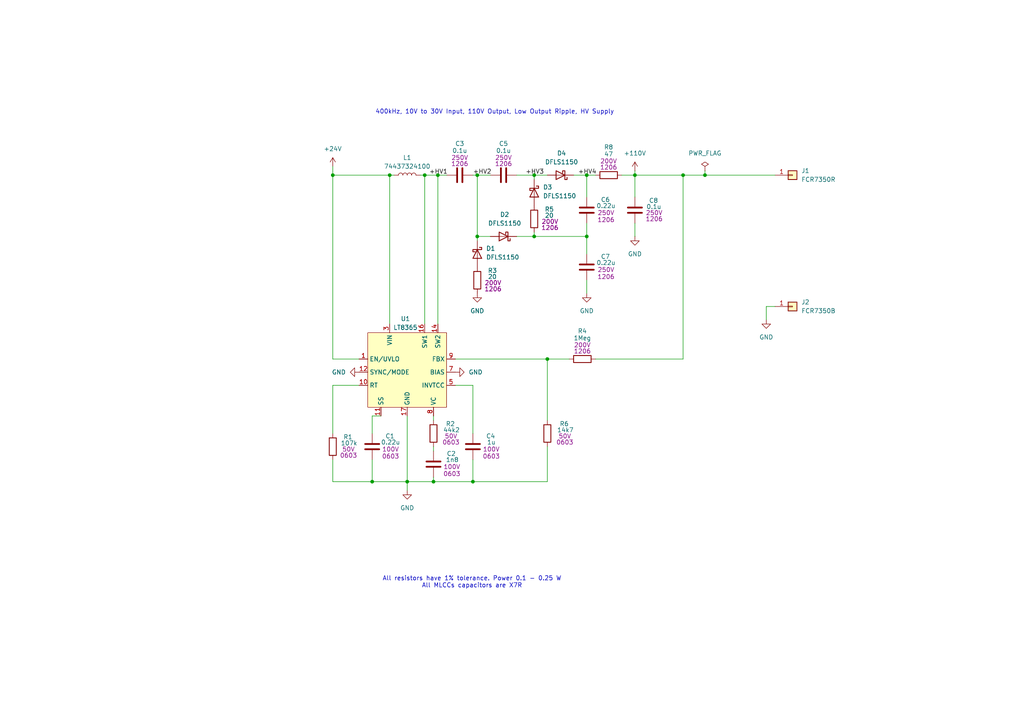
<source format=kicad_sch>
(kicad_sch (version 20231120) (generator "eeschema") (generator_version "8.0")
  (paper "A4")
  (lib_symbols
    (symbol "BOOST_LT8365:+110V" (power) (pin_numbers hide) (pin_names (offset 0) hide)
      (property "Value" "+110V" (at 0 3.556 0))
      (symbol "+110V_0_1"
        (polyline (pts (xy -0.762 1.27) (xy 0 2.54)))
        (polyline (pts (xy 0 0) (xy 0 2.54)))
        (polyline (pts (xy 0 2.54) (xy 0.762 1.27)))
      )
      (symbol "+110V_1_1"
        (pin power_in line (at 0 0 90) (length 0) (name "~") (number "1"))
      )
    )
    (symbol "BOOST_LT8365:LT8365"
      (property "Reference" "U" (at 0 12.446 0))
      (property "Value" "LT8365" (at 1.27 0 0))
      (symbol "LT8365_0_0"
        (pin passive line (at -13.97 -3.81 0) (length 2.54) (name "RT") (number "10"))
        (pin input line (at -7.62 -12.7 90) (length 2.54) (name "SS") (number "11"))
        (pin passive line (at 8.89 13.97 270) (length 2.54) (name "SW2") (number "14"))
        (pin passive line (at 5.08 13.97 270) (length 2.54) (name "SW1") (number "16"))
        (pin passive line (at 13.97 -3.81 180) (length 2.54) (name "INVTCC") (number "5"))
        (pin passive line (at 13.97 0 180) (length 2.54) (name "BIAS") (number "7"))
        (pin output line (at 7.62 -12.7 90) (length 2.54) (name "VC") (number "8"))
        (pin input line (at 13.97 3.81 180) (length 2.54) (name "FBX") (number "9"))
      )
      (symbol "LT8365_1_0"
        (pin passive line (at -13.97 3.81 0) (length 2.54) (name "EN/UVLO") (number "1"))
        (pin passive line (at -13.97 0 0) (length 2.54) (name "SYNC/MODE") (number "12"))
        (pin passive line (at 0 -12.7 90) (length 2.54) (name "GND") (number "17"))
        (pin passive line (at -5.08 13.97 270) (length 2.54) (name "VIN") (number "3"))
        (pin no_connect line (at 0 11.43 270) (length 2.54) hide (name "NC") (number "6"))
      )
      (symbol "LT8365_1_1"
        (rectangle (start -11.43 11.43) (end 11.43 -10.16) (fill (type background)))
      )
    )
    (symbol "Connector_Generic:Conn_01x01" (pin_names (offset 1.016) hide)
      (property "Reference" "J" (at 0 2.54 0))
      (property "Value" "Conn_01x01" (at 0 -2.54 0))
      (symbol "Conn_01x01_1_1"
        (rectangle (start -1.27 0.127) (end 0 -0.127) (stroke (width 0.1524)))
        (rectangle (start -1.27 1.27) (end 1.27 -1.27) (stroke (width 0.254)) (fill (type background)))
        (pin passive line (at -5.08 0 0) (length 3.81) (name "Pin_1") (number "1"))
      )
    )
    (symbol "Device:C" (pin_numbers hide) (pin_names (offset 0.254))
      (property "Reference" "C" (at 0.635 2.54 0))
      (property "Value" "C" (at 0.635 -2.54 0))
      (symbol "C_0_1"
        (polyline (pts (xy -2.032 -0.762) (xy 2.032 -0.762)) (stroke (width 0.508)))
        (polyline (pts (xy -2.032 0.762) (xy 2.032 0.762)) (stroke (width 0.508)))
      )
      (symbol "C_1_1"
        (pin passive line (at 0 3.81 270) (length 2.794) (name "~") (number "1"))
        (pin passive line (at 0 -3.81 90) (length 2.794) (name "~") (number "2"))
      )
    )
    (symbol "Device:D_Schottky" (pin_numbers hide) (pin_names (offset 1.016) hide)
      (property "Reference" "D" (at 0 2.54 0))
      (property "Value" "D_Schottky" (at 0 -2.54 0))
      (symbol "D_Schottky_0_1"
        (polyline (pts (xy 1.27 0) (xy -1.27 0)))
        (polyline (pts (xy 1.27 1.27) (xy 1.27 -1.27) (xy -1.27 0) (xy 1.27 1.27)) (stroke (width 0.254)))
        (polyline (pts (xy -1.905 0.635) (xy -1.905 1.27) (xy -1.27 1.27) (xy -1.27 -1.27) (xy -0.635 -1.27) (xy -0.635 -0.635)) (stroke (width 0.254)))
      )
      (symbol "D_Schottky_1_1"
        (pin passive line (at -3.81 0 0) (length 2.54) (name "K") (number "1"))
        (pin passive line (at 3.81 0 180) (length 2.54) (name "A") (number "2"))
      )
    )
    (symbol "Device:L" (pin_numbers hide) (pin_names (offset 1.016) hide)
      (property "Reference" "L" (at -1.27 0 90))
      (property "Value" "L" (at 1.905 0 90))
      (symbol "L_0_1"
        (arc (start 0 -2.54) (mid 0.6323 -1.905) (end 0 -1.27))
        (arc (start 0 -1.27) (mid 0.6323 -0.635) (end 0 0))
        (arc (start 0 0) (mid 0.6323 0.635) (end 0 1.27))
        (arc (start 0 1.27) (mid 0.6323 1.905) (end 0 2.54))
      )
      (symbol "L_1_1"
        (pin passive line (at 0 3.81 270) (length 1.27) (name "1") (number "1"))
        (pin passive line (at 0 -3.81 90) (length 1.27) (name "2") (number "2"))
      )
    )
    (symbol "Device:R" (pin_numbers hide) (pin_names (offset 0))
      (property "Reference" "R" (at 2.032 0 90))
      (property "Value" "R" (at 0 0 90))
      (symbol "R_0_1"
        (rectangle (start -1.016 -2.54) (end 1.016 2.54) (stroke (width 0.254)))
      )
      (symbol "R_1_1"
        (pin passive line (at 0 3.81 270) (length 1.27) (name "~") (number "1"))
        (pin passive line (at 0 -3.81 90) (length 1.27) (name "~") (number "2"))
      )
    )
    (symbol "power:+24V" (power) (pin_numbers hide) (pin_names (offset 0) hide)
      (property "Value" "+24V" (at 0 3.556 0))
      (symbol "+24V_0_1"
        (polyline (pts (xy -0.762 1.27) (xy 0 2.54)))
        (polyline (pts (xy 0 0) (xy 0 2.54)))
        (polyline (pts (xy 0 2.54) (xy 0.762 1.27)))
      )
      (symbol "+24V_1_1"
        (pin power_in line (at 0 0 90) (length 0) (name "~") (number "1"))
      )
    )
    (symbol "power:GND" (power) (pin_numbers hide) (pin_names (offset 0) hide)
      (property "Value" "GND" (at 0 -3.81 0))
      (symbol "GND_0_1"
        (polyline (pts (xy 0 0) (xy 0 -1.27) (xy 1.27 -1.27) (xy 0 -2.54) (xy -1.27 -1.27) (xy 0 -1.27)))
      )
      (symbol "GND_1_1"
        (pin power_in line (at 0 0 270) (length 0) (name "~") (number "1"))
      )
    )
    (symbol "power:PWR_FLAG" (power) (pin_numbers hide) (pin_names (offset 0) hide)
      (property "Value" "PWR_FLAG" (at 0 3.81 0))
      (symbol "PWR_FLAG_0_0"
        (pin power_out line (at 0 0 90) (length 0) (name "~") (number "1"))
      )
      (symbol "PWR_FLAG_0_1"
        (polyline (pts (xy 0 0) (xy 0 1.27) (xy -1.016 1.905) (xy 0 2.54) (xy 1.016 1.905) (xy 0 1.27)))
      )
    )
  )
  (junction (at 170.18 50.8))
  (junction (at 138.43 50.8))
  (junction (at 127 50.8))
  (junction (at 137.16 139.7))
  (junction (at 107.95 139.7))
  (junction (at 154.94 50.8))
  (junction (at 123.19 50.8))
  (junction (at 113.03 50.8))
  (junction (at 96.52 50.8))
  (junction (at 118.11 139.7))
  (junction (at 198.12 50.8))
  (junction (at 204.47 50.8))
  (junction (at 170.18 68.58))
  (junction (at 125.73 139.7))
  (junction (at 138.43 68.58))
  (junction (at 184.15 50.8))
  (junction (at 158.75 104.14))
  (junction (at 154.94 68.58))
  (wire (pts (xy 154.94 68.58) (xy 149.86 68.58)))
  (wire (pts (xy 118.11 139.7) (xy 118.11 142.24)))
  (wire (pts (xy 132.08 104.14) (xy 158.75 104.14)))
  (wire (pts (xy 107.95 139.7) (xy 107.95 133.35)))
  (wire (pts (xy 125.73 129.54) (xy 125.73 130.81)))
  (wire (pts (xy 96.52 111.76) (xy 104.14 111.76)))
  (wire (pts (xy 198.12 104.14) (xy 198.12 50.8)))
  (wire (pts (xy 137.16 125.73) (xy 137.16 111.76)))
  (wire (pts (xy 170.18 68.58) (xy 170.18 73.66)))
  (wire (pts (xy 123.19 50.8) (xy 127 50.8)))
  (wire (pts (xy 107.95 125.73) (xy 107.95 120.65)))
  (wire (pts (xy 125.73 121.92) (xy 125.73 120.65)))
  (wire (pts (xy 96.52 50.8) (xy 113.03 50.8)))
  (wire (pts (xy 204.47 49.53) (xy 204.47 50.8)))
  (wire (pts (xy 184.15 50.8) (xy 180.34 50.8)))
  (wire (pts (xy 149.86 50.8) (xy 154.94 50.8)))
  (wire (pts (xy 222.25 92.71) (xy 222.25 88.9)))
  (wire (pts (xy 172.72 104.14) (xy 198.12 104.14)))
  (wire (pts (xy 118.11 120.65) (xy 118.11 139.7)))
  (wire (pts (xy 113.03 50.8) (xy 113.03 93.98)))
  (wire (pts (xy 170.18 68.58) (xy 170.18 64.77)))
  (wire (pts (xy 170.18 50.8) (xy 166.37 50.8)))
  (wire (pts (xy 142.24 68.58) (xy 138.43 68.58)))
  (wire (pts (xy 138.43 50.8) (xy 137.16 50.8)))
  (wire (pts (xy 127 93.98) (xy 127 50.8)))
  (wire (pts (xy 121.92 50.8) (xy 123.19 50.8)))
  (wire (pts (xy 158.75 104.14) (xy 165.1 104.14)))
  (wire (pts (xy 123.19 50.8) (xy 123.19 93.98)))
  (wire (pts (xy 138.43 50.8) (xy 142.24 50.8)))
  (wire (pts (xy 184.15 50.8) (xy 198.12 50.8)))
  (wire (pts (xy 118.11 139.7) (xy 125.73 139.7)))
  (wire (pts (xy 222.25 88.9) (xy 224.79 88.9)))
  (wire (pts (xy 96.52 139.7) (xy 107.95 139.7)))
  (wire (pts (xy 198.12 50.8) (xy 204.47 50.8)))
  (wire (pts (xy 204.47 50.8) (xy 224.79 50.8)))
  (wire (pts (xy 138.43 68.58) (xy 138.43 69.85)))
  (wire (pts (xy 154.94 68.58) (xy 170.18 68.58)))
  (wire (pts (xy 154.94 50.8) (xy 158.75 50.8)))
  (wire (pts (xy 137.16 139.7) (xy 137.16 133.35)))
  (wire (pts (xy 154.94 50.8) (xy 154.94 52.07)))
  (wire (pts (xy 96.52 104.14) (xy 96.52 50.8)))
  (wire (pts (xy 137.16 139.7) (xy 158.75 139.7)))
  (wire (pts (xy 170.18 57.15) (xy 170.18 50.8)))
  (wire (pts (xy 125.73 138.43) (xy 125.73 139.7)))
  (wire (pts (xy 96.52 133.35) (xy 96.52 139.7)))
  (wire (pts (xy 170.18 81.28) (xy 170.18 85.09)))
  (wire (pts (xy 127 50.8) (xy 129.54 50.8)))
  (wire (pts (xy 104.14 104.14) (xy 96.52 104.14)))
  (wire (pts (xy 158.75 129.54) (xy 158.75 139.7)))
  (wire (pts (xy 137.16 111.76) (xy 132.08 111.76)))
  (wire (pts (xy 170.18 50.8) (xy 172.72 50.8)))
  (wire (pts (xy 154.94 67.31) (xy 154.94 68.58)))
  (wire (pts (xy 138.43 68.58) (xy 138.43 50.8)))
  (wire (pts (xy 118.11 139.7) (xy 107.95 139.7)))
  (wire (pts (xy 158.75 104.14) (xy 158.75 121.92)))
  (wire (pts (xy 184.15 49.53) (xy 184.15 50.8)))
  (wire (pts (xy 107.95 120.65) (xy 110.49 120.65)))
  (wire (pts (xy 125.73 139.7) (xy 137.16 139.7)))
  (wire (pts (xy 96.52 48.26) (xy 96.52 50.8)))
  (wire (pts (xy 184.15 57.15) (xy 184.15 50.8)))
  (wire (pts (xy 96.52 125.73) (xy 96.52 111.76)))
  (wire (pts (xy 114.3 50.8) (xy 113.03 50.8)))
  (wire (pts (xy 184.15 64.77) (xy 184.15 68.58)))
  (text "All resistors have 1% tolerance. Power 0.1 - 0.25 W\nAll MLCCs capacitors are X7R" (at 136.906 168.91 0) (effects (font (size 1.27 1.27))))
  (text "400kHz, 10V to 30V Input, 110V Output, Low Output Ripple, HV Supply" (at 143.51 32.512 0) (effects (font (size 1.27 1.27))))
  (label "+HV3" (at 152.4 50.8 0))
  (label "+HV1" (at 124.46 50.8 0))
  (label "+HV4" (at 167.64 50.8 0))
  (label "+HV2" (at 137.16 50.8 0))
  (symbol (lib_id "power:GND") (at 118.11 142.24 0) (unit 1)
    (property "Reference" "#PWR03" (effects (hide yes)))
    (property "Value" "GND" (at 118.11 147.32 0))
    (property "Description" "Power symbol creates a global label with name \"GND\" , ground" (effects (hide yes)))
  )
  (symbol (lib_id "Device:R") (at 168.91 104.14 90) (unit 1)
    (property "Reference" "R4" (at 168.91 96.012 90))
    (property "Value" "1Meg" (at 168.91 98.044 90))
    (property "Footprint" "Resistor_SMD:R_1206_3216Metric_Pad1.30x1.75mm_HandSolder" (effects (hide yes)))
    (property "Description" "Resistor" (effects (hide yes)))
    (property "Voltage" "200V" (at 168.91 100.076 90))
    (property "Package" "1206" (at 168.91 101.854 90))
  )
  (symbol (lib_id "Connector_Generic:Conn_01x01") (at 229.87 50.8 0) (unit 1)
    (property "Reference" "J1" (at 232.41 49.5299 0) (effects (justify left)))
    (property "Value" "FCR7350R" (at 232.41 52.0699 0) (effects (justify left)))
    (property "Footprint" "BOOST_LT8365:S16N-PC" (effects (hide yes)))
    (property "Description" "Generic connector, single row, 01x01, script generated (kicad-library-utils/schlib/autogen/connector/)" (effects (hide yes)))
  )
  (symbol (lib_id "Device:D_Schottky") (at 146.05 68.58 180) (unit 1)
    (property "Reference" "D2" (at 146.3675 62.23 0))
    (property "Value" "DFLS1150" (at 146.3675 64.77 0))
    (property "Footprint" "Diode_SMD:D_PowerDI-123" (effects (hide yes)))
    (property "Description" "Schottky diode" (effects (hide yes)))
  )
  (symbol (lib_id "Device:C") (at 146.05 50.8 90) (unit 1)
    (property "Reference" "C5" (at 146.05 41.656 90))
    (property "Value" "0.1u" (at 146.05 43.688 90))
    (property "Footprint" "Capacitor_SMD:C_1206_3216Metric_Pad1.33x1.80mm_HandSolder" (effects (hide yes)))
    (property "Description" "Unpolarized capacitor" (effects (hide yes)))
    (property "Voltage" "250V" (at 146.05 45.72 90))
    (property "Package" "1206" (at 146.05 47.498 90))
  )
  (symbol (lib_id "power:GND") (at 170.18 85.09 0) (unit 1)
    (property "Reference" "#PWR06" (effects (hide yes)))
    (property "Value" "GND" (at 170.18 90.17 0))
    (property "Description" "Power symbol creates a global label with name \"GND\" , ground" (effects (hide yes)))
  )
  (symbol (lib_id "Device:L") (at 118.11 50.8 90) (unit 1)
    (property "Reference" "L1" (at 118.11 45.72 90))
    (property "Value" "74437324100" (at 118.11 48.26 90))
    (property "Footprint" "BOOST_LT8365:74437324100" (effects (hide yes)))
    (property "Description" "Inductor" (effects (hide yes)))
  )
  (symbol (lib_id "Device:C") (at 133.35 50.8 90) (unit 1)
    (property "Reference" "C3" (at 133.35 41.656 90))
    (property "Value" "0.1u" (at 133.35 43.688 90))
    (property "Footprint" "Capacitor_SMD:C_1206_3216Metric_Pad1.33x1.80mm_HandSolder" (effects (hide yes)))
    (property "Description" "Unpolarized capacitor" (effects (hide yes)))
    (property "Voltage" "250V" (at 133.35 45.72 90))
    (property "Package" "1206" (at 133.35 47.498 90))
  )
  (symbol (lib_id "Device:C") (at 170.18 77.47 0) (unit 1)
    (property "Reference" "C7" (at 174.244 74.422 0) (effects (justify left)))
    (property "Value" "0.22u" (at 172.974 76.2 0) (effects (justify left)))
    (property "Footprint" "Capacitor_SMD:C_1206_3216Metric_Pad1.33x1.80mm_HandSolder" (effects (hide yes)))
    (property "Description" "Unpolarized capacitor" (effects (hide yes)))
    (property "Voltage" "250V" (at 175.768 78.232 0))
    (property "Package" "1206" (at 175.768 80.264 0))
  )
  (symbol (lib_id "Connector_Generic:Conn_01x01") (at 229.87 88.9 0) (unit 1)
    (property "Reference" "J2" (at 232.41 87.6299 0) (effects (justify left)))
    (property "Value" "FCR7350B" (at 232.41 90.1699 0) (effects (justify left)))
    (property "Footprint" "BOOST_LT8365:S16N-PC" (effects (hide yes)))
    (property "Description" "Generic connector, single row, 01x01, script generated (kicad-library-utils/schlib/autogen/connector/)" (effects (hide yes)))
  )
  (symbol (lib_id "Device:R") (at 125.73 125.73 0) (unit 1)
    (property "Reference" "R2" (at 129.286 122.936 0) (effects (justify left)))
    (property "Value" "44k2" (at 128.524 124.7139 0) (effects (justify left)))
    (property "Footprint" "Resistor_SMD:R_0603_1608Metric_Pad0.98x0.95mm_HandSolder" (effects (hide yes)))
    (property "Description" "Resistor" (effects (hide yes)))
    (property "Voltage" "50V" (at 130.81 126.492 0))
    (property "Package" "0603" (at 130.81 128.27 0))
  )
  (symbol (lib_id "power:GND") (at 138.43 85.09 0) (unit 1)
    (property "Reference" "#PWR05" (effects (hide yes)))
    (property "Value" "GND" (at 138.43 90.17 0))
    (property "Description" "Power symbol creates a global label with name \"GND\" , ground" (effects (hide yes)))
  )
  (symbol (lib_id "Device:R") (at 96.52 129.54 0) (unit 1)
    (property "Reference" "R1" (at 99.568 126.746 0) (effects (justify left)))
    (property "Value" "107k" (at 98.806 128.524 0) (effects (justify left)))
    (property "Footprint" "Resistor_SMD:R_0603_1608Metric_Pad0.98x0.95mm_HandSolder" (effects (hide yes)))
    (property "Description" "Resistor" (effects (hide yes)))
    (property "Voltage" "50V" (at 101.092 130.302 0))
    (property "Package" "0603" (at 101.092 132.08 0))
  )
  (symbol (lib_id "power:GND") (at 132.08 107.95 90) (unit 1)
    (property "Reference" "#PWR04" (effects (hide yes)))
    (property "Value" "GND" (at 135.89 107.9499 90) (effects (justify right)))
    (property "Description" "Power symbol creates a global label with name \"GND\" , ground" (effects (hide yes)))
  )
  (symbol (lib_id "Device:R") (at 176.53 50.8 90) (unit 1)
    (property "Reference" "R8" (at 176.53 42.672 90))
    (property "Value" "47" (at 176.53 44.704 90))
    (property "Footprint" "Resistor_SMD:R_1206_3216Metric_Pad1.30x1.75mm_HandSolder" (effects (hide yes)))
    (property "Description" "Resistor" (effects (hide yes)))
    (property "Voltage" "200V" (at 176.53 46.736 90))
    (property "Package" "1206" (at 176.53 48.514 90))
  )
  (symbol (lib_id "power:+24V") (at 96.52 48.26 0) (unit 1)
    (property "Reference" "#PWR01" (effects (hide yes)))
    (property "Value" "+24V" (at 96.52 43.18 0))
    (property "Description" "Power symbol creates a global label with name \"+24V\"" (effects (hide yes)))
  )
  (symbol (lib_id "Device:C") (at 184.15 60.96 0) (unit 1)
    (property "Reference" "C8" (at 188.214 58.166 0) (effects (justify left)))
    (property "Value" "0.1u" (at 187.452 59.9439 0) (effects (justify left)))
    (property "Footprint" "Capacitor_SMD:C_1206_3216Metric_Pad1.33x1.80mm_HandSolder" (effects (hide yes)))
    (property "Description" "Unpolarized capacitor" (effects (hide yes)))
    (property "Voltage" "250V" (at 189.738 61.722 0))
    (property "Package" "1206" (at 189.738 63.5 0))
  )
  (symbol (lib_id "power:GND") (at 104.14 107.95 270) (unit 1)
    (property "Reference" "#PWR02" (effects (hide yes)))
    (property "Value" "GND" (at 100.33 107.9499 90) (effects (justify right)))
    (property "Description" "Power symbol creates a global label with name \"GND\" , ground" (effects (hide yes)))
  )
  (symbol (lib_id "Device:D_Schottky") (at 162.56 50.8 180) (unit 1)
    (property "Reference" "D4" (at 162.8775 44.45 0))
    (property "Value" "DFLS1150" (at 162.8775 46.99 0))
    (property "Footprint" "Diode_SMD:D_PowerDI-123" (effects (hide yes)))
    (property "Description" "Schottky diode" (effects (hide yes)))
  )
  (symbol (lib_id "BOOST_LT8365:LT8365") (at 118.11 107.95 0) (unit 1)
    (property "Reference" "U1" (at 117.602 92.456 0))
    (property "Value" "LT8365" (at 117.602 94.996 0))
    (property "Footprint" "BOOST_LT8365:05-08-1871_ADI" (effects (hide yes)))
    (property "Datasheet" "https://www.analog.com/media/en/technical-documentation/data-sheets/lt8365.pdf" (effects (hide yes)))
    (property "Description" "Low IQ Boost/SEPIC/Inverting Converter with 1.5A, 150V Switch" (effects (hide yes)))
  )
  (symbol (lib_id "Device:C") (at 137.16 129.54 0) (unit 1)
    (property "Reference" "C4" (at 140.97 126.492 0) (effects (justify left)))
    (property "Value" "1u" (at 141.224 128.27 0) (effects (justify left)))
    (property "Footprint" "Capacitor_SMD:C_0603_1608Metric_Pad1.08x0.95mm_HandSolder" (effects (hide yes)))
    (property "Description" "Unpolarized capacitor" (effects (hide yes)))
    (property "Voltage" "100V" (at 142.494 130.302 0))
    (property "Package" "0603" (at 142.494 132.334 0))
  )
  (symbol (lib_id "power:GND") (at 184.15 68.58 0) (unit 1)
    (property "Reference" "#PWR07" (effects (hide yes)))
    (property "Value" "GND" (at 184.15 73.66 0))
    (property "Description" "Power symbol creates a global label with name \"GND\" , ground" (effects (hide yes)))
  )
  (symbol (lib_id "power:GND") (at 222.25 92.71 0) (unit 1)
    (property "Reference" "#PWR08" (effects (hide yes)))
    (property "Value" "GND" (at 222.25 97.79 0))
    (property "Description" "Power symbol creates a global label with name \"GND\" , ground" (effects (hide yes)))
  )
  (symbol (lib_id "power:PWR_FLAG") (at 204.47 49.53 0) (unit 1)
    (property "Reference" "#FLG04" (effects (hide yes)))
    (property "Value" "PWR_FLAG" (at 204.47 44.45 0))
    (property "Description" "Special symbol for telling ERC where power comes from" (effects (hide yes)))
  )
  (symbol (lib_id "BOOST_LT8365:+110V") (at 184.15 49.53 0) (unit 1)
    (property "Reference" "#PWR09" (effects (hide yes)))
    (property "Value" "+110V" (at 184.15 44.45 0))
    (property "Description" "Power symbol creates a global label" (effects (hide yes)))
  )
  (symbol (lib_id "Device:D_Schottky") (at 154.94 55.88 270) (unit 1)
    (property "Reference" "D3" (at 157.48 54.2924 90) (effects (justify left)))
    (property "Value" "DFLS1150" (at 157.48 56.8324 90) (effects (justify left)))
    (property "Footprint" "Diode_SMD:D_PowerDI-123" (effects (hide yes)))
    (property "Description" "Schottky diode" (effects (hide yes)))
  )
  (symbol (lib_id "Device:R") (at 138.43 81.28 0) (unit 1)
    (property "Reference" "R3" (at 141.478 78.486 0) (effects (justify left)))
    (property "Value" "20" (at 141.478 80.264 0) (effects (justify left)))
    (property "Footprint" "Resistor_SMD:R_1206_3216Metric_Pad1.30x1.75mm_HandSolder" (effects (hide yes)))
    (property "Description" "Resistor" (effects (hide yes)))
    (property "Voltage" "200V" (at 143.002 82.042 0))
    (property "Package" "1206" (at 143.002 83.82 0))
  )
  (symbol (lib_id "Device:R") (at 158.75 125.73 0) (unit 1)
    (property "Reference" "R6" (at 162.306 122.936 0) (effects (justify left)))
    (property "Value" "14k7" (at 161.544 124.7139 0) (effects (justify left)))
    (property "Footprint" "Resistor_SMD:R_0603_1608Metric_Pad0.98x0.95mm_HandSolder" (effects (hide yes)))
    (property "Description" "Resistor" (effects (hide yes)))
    (property "Voltage" "50V" (at 163.83 126.492 0))
    (property "Package" "0603" (at 163.83 128.27 0))
  )
  (symbol (lib_id "Device:C") (at 125.73 134.62 0) (unit 1)
    (property "Reference" "C2" (at 129.54 131.572 0) (effects (justify left)))
    (property "Value" "1n8" (at 129.286 133.35 0) (effects (justify left)))
    (property "Footprint" "Capacitor_SMD:C_0603_1608Metric_Pad1.08x0.95mm_HandSolder" (effects (hide yes)))
    (property "Description" "Unpolarized capacitor" (effects (hide yes)))
    (property "Voltage" "100V" (at 131.064 135.382 0))
    (property "Package" "0603" (at 131.064 137.414 0))
  )
  (symbol (lib_id "Device:C") (at 107.95 129.54 0) (unit 1)
    (property "Reference" "C1" (at 111.76 126.492 0) (effects (justify left)))
    (property "Value" "0.22u" (at 110.49 128.2699 0) (effects (justify left)))
    (property "Footprint" "Capacitor_SMD:C_0603_1608Metric_Pad1.08x0.95mm_HandSolder" (effects (hide yes)))
    (property "Description" "Unpolarized capacitor" (effects (hide yes)))
    (property "Voltage" "100V" (at 113.284 130.302 0))
    (property "Package" "0603" (at 113.284 132.334 0))
  )
  (symbol (lib_id "Device:R") (at 154.94 63.5 0) (unit 1)
    (property "Reference" "R5" (at 157.988 60.706 0) (effects (justify left)))
    (property "Value" "20" (at 157.988 62.484 0) (effects (justify left)))
    (property "Footprint" "Resistor_SMD:R_1206_3216Metric_Pad1.30x1.75mm_HandSolder" (effects (hide yes)))
    (property "Description" "Resistor" (effects (hide yes)))
    (property "Voltage" "200V" (at 159.512 64.262 0))
    (property "Package" "1206" (at 159.512 66.04 0))
  )
  (symbol (lib_id "Device:D_Schottky") (at 138.43 73.66 270) (unit 1)
    (property "Reference" "D1" (at 140.97 72.0724 90) (effects (justify left)))
    (property "Value" "DFLS1150" (at 140.97 74.6124 90) (effects (justify left)))
    (property "Footprint" "Diode_SMD:D_PowerDI-123" (effects (hide yes)))
    (property "Description" "Schottky diode" (effects (hide yes)))
  )
  (symbol (lib_id "Device:C") (at 170.18 60.96 0) (unit 1)
    (property "Reference" "C6" (at 174.244 57.912 0) (effects (justify left)))
    (property "Value" "0.22u" (at 172.974 59.69 0) (effects (justify left)))
    (property "Footprint" "Capacitor_SMD:C_1206_3216Metric_Pad1.33x1.80mm_HandSolder" (effects (hide yes)))
    (property "Description" "Unpolarized capacitor" (effects (hide yes)))
    (property "Voltage" "250V" (at 175.768 61.722 0))
    (property "Package" "1206" (at 175.768 63.754 0))
  )
)
</source>
